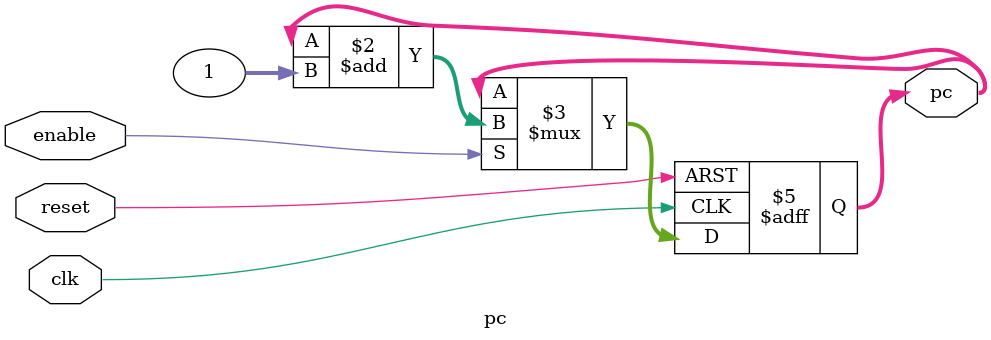
<source format=v>

module pc(
    input clk,
    input reset,
    input enable,
    output reg [31:0] pc
);
    always @(posedge clk or posedge reset) begin
        if (reset)
            pc <= 32'b0;
        else if (enable)
            pc <= pc + 1;
    end
endmodule


</source>
